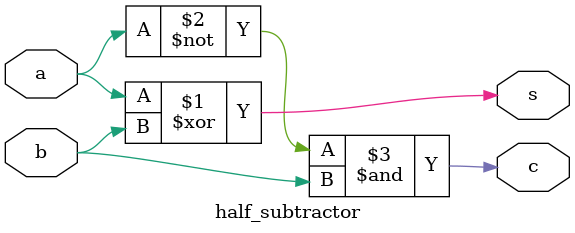
<source format=v>
module half_subtractor(a, b, s, c);

    input a, b;
    output s, c;

    assign s = a ^ b;
    assign c = ~a & b;

endmodule
</source>
